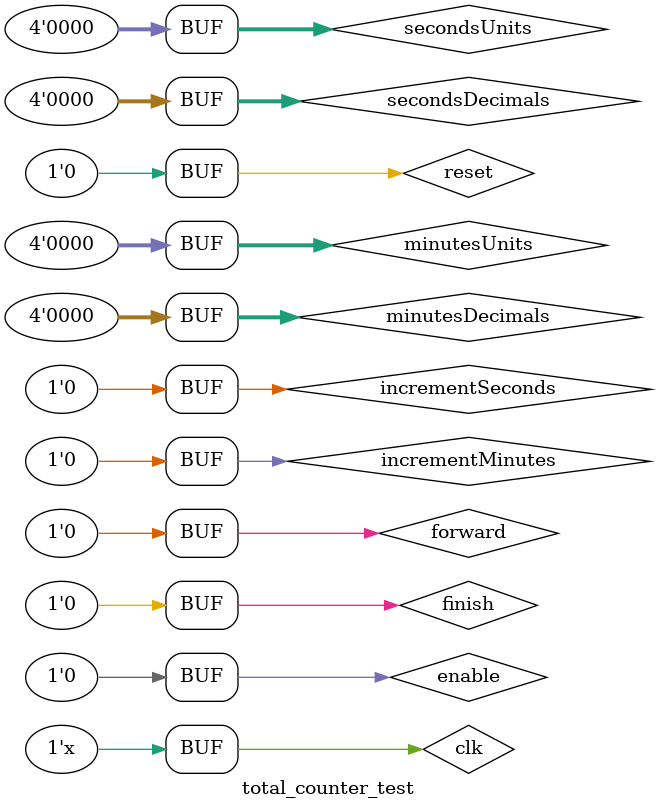
<source format=v>
`timescale 1ns / 1ps


module total_counter_test;

	// Inputs
	reg enable;
	reg clk;
	reg reset;
	reg forward;
	reg incrementSeconds;
	reg incrementMinutes;

	// Outputs
	wire [3:0] secondsDecimals=0;
	wire [3:0] secondsUnits=0;
	wire [3:0] minutesDecimals=0;
	wire [3:0] minutesUnits=0;
	wire finish=0;

	// Instantiate the Unit Under Test (UUT)
	MinutesCounter uut (
		.enable(enable), 
		.clk(clk), 
		.reset(reset), 
		.forward(forward), 
		.incrementSeconds(incrementSeconds), 
		.incrementMinutes(incrementMinutes), 
		.secondsDecimals(secondsDecimals), 
		.secondsUnits(secondsUnits), 
		.minutesDecimals(minutesDecimals), 
		.minutesUnits(minutesUnits), 
		.finish(finish)
	);
	always #5 clk = ~clk;
	initial begin
		// Initialize Inputs
		enable = 0;
		clk = 0;
		reset = 0;
		forward = 0;
		incrementSeconds = 0;
		incrementMinutes = 0;

		// Wait 100 ns for global reset to finish
		#100;
		enable = 1;
		reset = 0;
		forward = 0;
		incrementSeconds = 0;
		incrementMinutes = 0;
		
		#100;
		enable = 0;
		reset = 0;
		forward = 0;
		incrementSeconds = 0;
		incrementMinutes = 0;
        
		// Add stimulus here

	end
      
endmodule


</source>
